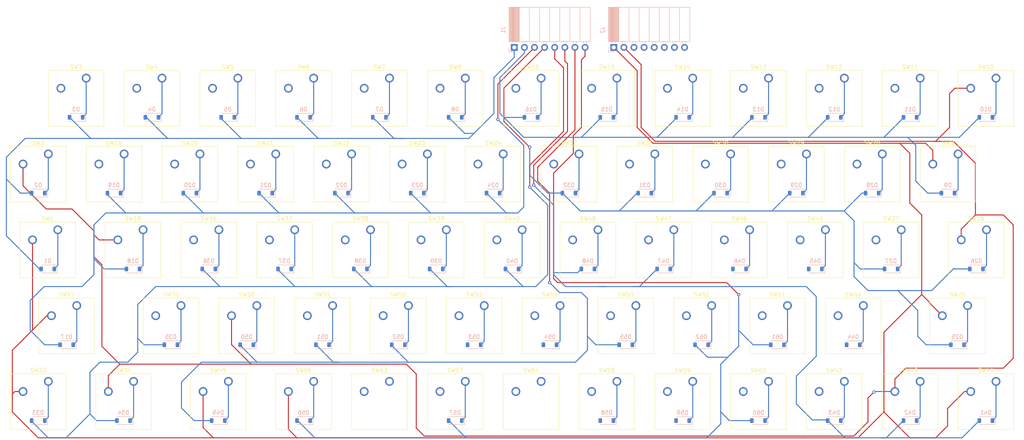
<source format=kicad_pcb>
(kicad_pcb (version 20221018) (generator pcbnew)

  (general
    (thickness 1.6)
  )

  (paper "A3")
  (layers
    (0 "F.Cu" signal)
    (31 "B.Cu" signal)
    (32 "B.Adhes" user "B.Adhesive")
    (33 "F.Adhes" user "F.Adhesive")
    (34 "B.Paste" user)
    (35 "F.Paste" user)
    (36 "B.SilkS" user "B.Silkscreen")
    (37 "F.SilkS" user "F.Silkscreen")
    (38 "B.Mask" user)
    (39 "F.Mask" user)
    (40 "Dwgs.User" user "User.Drawings")
    (41 "Cmts.User" user "User.Comments")
    (42 "Eco1.User" user "User.Eco1")
    (43 "Eco2.User" user "User.Eco2")
    (44 "Edge.Cuts" user)
    (45 "Margin" user)
    (46 "B.CrtYd" user "B.Courtyard")
    (47 "F.CrtYd" user "F.Courtyard")
    (48 "B.Fab" user)
    (49 "F.Fab" user)
    (50 "User.1" user)
    (51 "User.2" user)
    (52 "User.3" user)
    (53 "User.4" user)
    (54 "User.5" user)
    (55 "User.6" user)
    (56 "User.7" user)
    (57 "User.8" user)
    (58 "User.9" user)
  )

  (setup
    (pad_to_mask_clearance 0)
    (pcbplotparams
      (layerselection 0x00010fc_ffffffff)
      (plot_on_all_layers_selection 0x0000000_00000000)
      (disableapertmacros false)
      (usegerberextensions false)
      (usegerberattributes true)
      (usegerberadvancedattributes true)
      (creategerberjobfile true)
      (dashed_line_dash_ratio 12.000000)
      (dashed_line_gap_ratio 3.000000)
      (svgprecision 4)
      (plotframeref false)
      (viasonmask false)
      (mode 1)
      (useauxorigin false)
      (hpglpennumber 1)
      (hpglpenspeed 20)
      (hpglpendiameter 15.000000)
      (dxfpolygonmode true)
      (dxfimperialunits true)
      (dxfusepcbnewfont true)
      (psnegative false)
      (psa4output false)
      (plotreference true)
      (plotvalue true)
      (plotinvisibletext false)
      (sketchpadsonfab false)
      (subtractmaskfromsilk false)
      (outputformat 1)
      (mirror false)
      (drillshape 1)
      (scaleselection 1)
      (outputdirectory "")
    )
  )

  (net 0 "")
  (net 1 "Net-(D1-K)")
  (net 2 "Net-(D1-A)")
  (net 3 "Net-(D2-K)")
  (net 4 "Net-(D3-K)")
  (net 5 "Net-(D4-K)")
  (net 6 "Net-(D5-K)")
  (net 7 "Net-(D6-K)")
  (net 8 "Net-(D7-K)")
  (net 9 "Net-(D8-K)")
  (net 10 "Net-(D9-K)")
  (net 11 "Net-(D10-A)")
  (net 12 "Net-(D10-K)")
  (net 13 "Net-(D11-K)")
  (net 14 "Net-(D12-K)")
  (net 15 "Net-(D13-K)")
  (net 16 "Net-(D14-K)")
  (net 17 "Net-(D15-K)")
  (net 18 "Net-(D16-K)")
  (net 19 "Net-(D17-K)")
  (net 20 "Net-(D17-A)")
  (net 21 "Net-(D18-K)")
  (net 22 "Net-(D19-K)")
  (net 23 "Net-(D20-K)")
  (net 24 "Net-(D21-K)")
  (net 25 "Net-(D22-K)")
  (net 26 "Net-(D23-K)")
  (net 27 "Net-(D24-K)")
  (net 28 "Net-(D25-K)")
  (net 29 "Net-(D25-A)")
  (net 30 "Net-(D26-K)")
  (net 31 "Net-(D27-K)")
  (net 32 "Net-(D28-K)")
  (net 33 "Net-(D29-K)")
  (net 34 "Net-(D30-K)")
  (net 35 "Net-(D31-K)")
  (net 36 "Net-(D32-K)")
  (net 37 "Net-(D33-K)")
  (net 38 "Net-(D33-A)")
  (net 39 "Net-(D34-K)")
  (net 40 "Net-(D35-K)")
  (net 41 "Net-(D36-K)")
  (net 42 "Net-(D37-K)")
  (net 43 "Net-(D38-K)")
  (net 44 "Net-(D39-K)")
  (net 45 "Net-(D40-K)")
  (net 46 "Net-(D41-K)")
  (net 47 "Net-(D41-A)")
  (net 48 "Net-(D42-K)")
  (net 49 "Net-(D43-K)")
  (net 50 "Net-(D44-K)")
  (net 51 "Net-(D45-K)")
  (net 52 "Net-(D46-K)")
  (net 53 "Net-(D47-K)")
  (net 54 "Net-(D48-K)")
  (net 55 "Net-(D49-K)")
  (net 56 "Net-(D49-A)")
  (net 57 "Net-(D50-K)")
  (net 58 "Net-(D51-K)")
  (net 59 "Net-(D52-K)")
  (net 60 "Net-(D53-K)")
  (net 61 "Net-(D54-K)")
  (net 62 "Net-(D55-K)")
  (net 63 "Net-(D56-K)")
  (net 64 "Net-(D56-A)")
  (net 65 "Net-(D57-K)")
  (net 66 "Net-(D58-K)")
  (net 67 "Net-(D59-K)")
  (net 68 "Net-(D60-K)")
  (net 69 "Net-(D61-K)")
  (net 70 "Net-(D62-K)")
  (net 71 "Net-(J2-Pin_1)")
  (net 72 "Net-(J2-Pin_2)")
  (net 73 "Net-(J2-Pin_3)")
  (net 74 "Net-(J2-Pin_4)")
  (net 75 "Net-(J2-Pin_5)")
  (net 76 "Net-(J2-Pin_6)")
  (net 77 "Net-(J2-Pin_7)")
  (net 78 "Net-(J2-Pin_8)")
  (net 79 "unconnected-(SW63-Pad1)")
  (net 80 "unconnected-(SW63-Pad2)")
  (net 81 "unconnected-(SW64-Pad1)")
  (net 82 "unconnected-(SW64-Pad2)")

  (footprint "Button_Switch_Keyboard:SW_Cherry_MX_1.00u_PCB" (layer "F.Cu") (at 205.26375 197.32625))

  (footprint "Button_Switch_Keyboard:SW_Cherry_MX_1.25u_PCB" (layer "F.Cu") (at 140.97 197.32625))

  (footprint "Button_Switch_Keyboard:SW_Cherry_MX_1.00u_PCB" (layer "F.Cu") (at 333.85125 159.22625))

  (footprint "Button_Switch_Keyboard:SW_Cherry_MX_1.75u_PCB" (layer "F.Cu") (at 350.52 178.27625))

  (footprint "Button_Switch_Keyboard:SW_Cherry_MX_1.00u_PCB" (layer "F.Cu") (at 243.36375 197.32625))

  (footprint "Button_Switch_Keyboard:SW_Cherry_MX_1.00u_PCB" (layer "F.Cu") (at 229.07625 178.27625))

  (footprint "Button_Switch_Keyboard:SW_Cherry_MX_1.00u_PCB" (layer "F.Cu") (at 214.78875 140.17625))

  (footprint "Button_Switch_Keyboard:SW_Cherry_MX_1.00u_PCB" (layer "F.Cu") (at 157.63875 140.17625))

  (footprint "Button_Switch_Keyboard:SW_Cherry_MX_1.00u_PCB" (layer "F.Cu") (at 167.16375 121.12625))

  (footprint "Button_Switch_Keyboard:SW_Cherry_MX_1.00u_PCB" (layer "F.Cu") (at 276.70125 159.22625))

  (footprint "Button_Switch_Keyboard:SW_Cherry_MX_1.00u_PCB" (layer "F.Cu") (at 286.22625 178.27625))

  (footprint "Button_Switch_Keyboard:SW_Cherry_MX_1.00u_PCB" (layer "F.Cu") (at 262.41375 197.32625))

  (footprint "Button_Switch_Keyboard:SW_Cherry_MX_1.00u_PCB" (layer "F.Cu") (at 252.88875 140.17625))

  (footprint "Button_Switch_Keyboard:SW_Cherry_MX_1.75u_PCB" (layer "F.Cu") (at 126.6825 178.27625))

  (footprint "Button_Switch_Keyboard:SW_Cherry_MX_1.00u_PCB" (layer "F.Cu") (at 248.12625 178.27625))

  (footprint "Button_Switch_Keyboard:SW_Cherry_MX_1.00u_PCB" (layer "F.Cu") (at 181.45125 159.22625))

  (footprint "Button_Switch_Keyboard:SW_Cherry_MX_1.25u_PCB" (layer "F.Cu") (at 355.2825 159.22625))

  (footprint "Button_Switch_Keyboard:SW_Cherry_MX_1.00u_PCB" (layer "F.Cu") (at 310.03875 140.17625))

  (footprint "Button_Switch_Keyboard:SW_Cherry_MX_1.00u_PCB" (layer "F.Cu") (at 233.83875 140.17625))

  (footprint "Button_Switch_Keyboard:SW_Cherry_MX_1.00u_PCB" (layer "F.Cu") (at 324.32625 178.27625))

  (footprint "Button_Switch_Keyboard:SW_Cherry_MX_1.00u_PCB" (layer "F.Cu") (at 143.35125 159.22625))

  (footprint "Button_Switch_Keyboard:SW_Cherry_MX_1.00u_PCB" (layer "F.Cu") (at 238.60125 159.22625))

  (footprint "Button_Switch_Keyboard:SW_Cherry_MX_1.00u_PCB" (layer "F.Cu") (at 210.02625 178.27625))

  (footprint "Button_Switch_Keyboard:SW_Cherry_MX_1.00u_PCB" (layer "F.Cu") (at 171.92625 178.27625))

  (footprint "Button_Switch_Keyboard:SW_Cherry_MX_1.00u_PCB" (layer "F.Cu") (at 319.56375 121.12625))

  (footprint "Button_Switch_Keyboard:SW_Cherry_MX_1.00u_PCB" (layer "F.Cu") (at 186.21375 121.12625))

  (footprint "Button_Switch_Keyboard:SW_Cherry_MX_1.00u_PCB" (layer "F.Cu") (at 357.66375 197.32625))

  (footprint "Button_Switch_Keyboard:SW_Cherry_MX_1.00u_PCB" (layer "F.Cu") (at 224.31375 121.12625))

  (footprint "Button_Switch_Keyboard:SW_Cherry_MX_1.00u_PCB" (layer "F.Cu") (at 205.26375 121.12625))

  (footprint "Button_Switch_Keyboard:SW_Cherry_MX_1.00u_PCB" (layer "F.Cu") (at 119.53875 140.17625))

  (footprint "Button_Switch_Keyboard:SW_Cherry_MX_1.00u_PCB" (layer "F.Cu") (at 267.17625 178.27625))

  (footprint "Button_Switch_Keyboard:SW_Cherry_MX_1.00u_PCB" (layer "F.Cu") (at 290.98875 140.17625))

  (footprint "Button_Switch_Keyboard:SW_Cherry_MX_1.00u_PCB" (layer "F.Cu") (at 129.06375 121.12625))

  (footprint "Button_Switch_Keyboard:SW_Cherry_MX_1.00u_PCB" (layer "F.Cu") (at 319.56375 197.32625))

  (footprint "Button_Switch_Keyboard:SW_Cherry_MX_1.00u_PCB" (layer "F.Cu") (at 300.51375 197.32625))

  (footprint "Button_Switch_Keyboard:SW_Cherry_MX_1.00u_PCB" (layer "F.Cu") (at 271.93875 140.17625))

  (footprint "Button_Switch_Keyboard:SW_Cherry_MX_1.00u_PCB" (layer "F.Cu") (at 314.80125 159.22625))

  (footprint "Button_Switch_Keyboard:SW_Cherry_MX_1.00u_PCB" (layer "F.Cu") (at 348.13875 140.17625))

  (footprint "Button_Switch_Keyboard:SW_Cherry_MX_1.00u_PCB" (layer "F.Cu") (at 257.65125 159.22625))

  (footprint "Button_Switch_Keyboard:SW_Cherry_MX_1.00u_PCB" (layer "F.Cu") (at 300.51375 121.12625))

  (footprint "Button_Switch_Keyboard:SW_Cherry_MX_1.00u_PCB" (layer "F.Cu") (at 186.21375 197.32625))

  (footprint "Button_Switch_Keyboard:SW_Cherry_MX_1.25u_PCB" (layer "F.Cu")
    (tstamp a18bf5f9-e788-40ba-a91b-8b2efda1b6be)
    (at 121.92 159.22625)
    (descr "Cherry MX keyswitch, 1.25u, PCB mount, http://cherryamericas.com/wp-content/uploads/2014/12/mx_cat.pdf")
    (tags "Cherry MX keyswitch 1.25u PCB")
    (property "Sheetfile" "xantronix-z32.kicad_sch")
    (property "Sheetname" "")
    (property "ki_description" "Push button switch, generic, two pins")
    (property "ki_keywords" "switch normally-open pushbutton push-button")
    (path "/e76b9ee1-537d-4bb2-9fff-78ac2d601e07")
    (attr through_hole)
    (fp_text reference "SW1" (at -2.54 -2.794) (layer "F.SilkS")
        (effects (font (size 1 1) (thickness 0.15)))
      (tstamp 988b5319-14e2-4359-ac6a-47497a8c684a)
    )
    (fp_text value "SW_Push" (at -2.54 12.954) (layer "F.Fab")
        (effects (font (size 1 1) (thickness 0.15)))
      (tstamp c92f2bee-9db2-41b7-b81e-c0d25e6d89fc)
    )
    (fp_text user "${REFERENCE}" (at -2.54 -2.794) (layer "F.Fab")
        (effects (font (size 1 1) (thickness 0.15)))
      (tstamp 96fcb291-c433-4814-a3cf-a51eefbe09fd)
    )
    (fp_line (start -9.525 -1.905) (end 4.445 -1.905)
      (stroke (width 0.12) (type solid)) (layer "F.SilkS") (tstamp ea20c24e-61ef-41f6-88e3-7b6c070ddc32))
    (fp_line (start -9.525 12.065) (end -9.525 -1.905)
      (stroke (width 0.12) (type solid)) (layer "F.SilkS") (tstamp 5fa4a84d-75ae-4d2d-ad9e-48ce7698578c))
    (fp_line (start 4.445 -1.905) (end 4.445 12.065)
      (stroke (width 0.12) (type solid)) (layer "F.SilkS") (tstamp 66253bf2-e5b4-427d-8b4a-3b8b468bbcec))
    (fp_line (start 4.445 12.065) (end -9.525 12.065)
      (stroke (width 0.12) (type solid)) (layer "F.SilkS") (tstamp 9312d933-0465-43c2-a620-93c215eef9e7))
    (fp_line (start -14.44625 -4.445) (end 9.36625 -4.445)
      (stroke (width 0.15) (type solid)) (layer "Dwgs.User") (tstamp 7d01491d-09be-4a67-bcf0-116981247fee))
    (fp_line (start -14.44625 14.605) (end -14.44625 -4.445)
      (stroke (width 0.15) (type solid)) (layer "Dwgs.User") (tstamp e12cde89-d355-4d0b-9b41-59df053b810f))
    (fp_line (start 9.36625 -4.445) (end 9.36625 14.605)
      (stroke (width 0.15) (type solid)) (layer "Dwgs.User") (tstamp fff3cb0e-84d3-452d-b8d2-cb9899878e97))
    (fp_line (start 9.36625 14.605) (end -14.44625 14.605)
      (stroke (width 0.15) (type solid)) (layer "Dwgs.User") (tstamp 83232cba-482f-4edd
... [476942 chars truncated]
</source>
